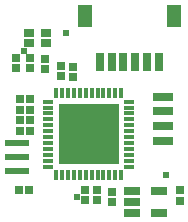
<source format=gts>
G04*
G04 #@! TF.GenerationSoftware,Altium Limited,Altium Designer,21.6.1 (37)*
G04*
G04 Layer_Color=8388736*
%FSLAX44Y44*%
%MOMM*%
G71*
G04*
G04 #@! TF.SameCoordinates,F4782AAD-9866-4A79-8099-FE8F1ED221DB*
G04*
G04*
G04 #@! TF.FilePolarity,Negative*
G04*
G01*
G75*
%ADD31R,0.6400X0.7000*%
%ADD32R,0.6600X0.7000*%
%ADD33R,2.1000X0.5000*%
%ADD34R,0.9500X0.4000*%
%ADD35R,0.4000X0.9500*%
%ADD36R,5.1000X5.1000*%
%ADD37R,0.7000X0.6600*%
%ADD38R,0.9500X0.7500*%
%ADD39R,0.9500X0.6500*%
%ADD40R,0.7000X1.6500*%
%ADD41R,1.3000X1.9000*%
%ADD42R,0.7000X0.6400*%
%ADD43R,1.4208X0.6588*%
%ADD44R,1.8000X0.8000*%
%ADD45C,0.6040*%
D31*
X280570Y186750D02*
D03*
X271930D02*
D03*
X280570Y177750D02*
D03*
X271930D02*
D03*
X280570Y169000D02*
D03*
X271930D02*
D03*
X280570Y160250D02*
D03*
X271930D02*
D03*
D32*
X279850Y110000D02*
D03*
X271150D02*
D03*
D33*
X269250Y149750D02*
D03*
Y137750D02*
D03*
Y125750D02*
D03*
D34*
X295500Y184750D02*
D03*
Y179750D02*
D03*
Y174750D02*
D03*
Y169750D02*
D03*
Y164750D02*
D03*
Y159750D02*
D03*
Y154750D02*
D03*
Y149750D02*
D03*
Y144750D02*
D03*
Y139750D02*
D03*
Y134750D02*
D03*
Y129750D02*
D03*
X364500D02*
D03*
Y134750D02*
D03*
Y139750D02*
D03*
Y144750D02*
D03*
Y149750D02*
D03*
Y154750D02*
D03*
Y159750D02*
D03*
Y164750D02*
D03*
Y169750D02*
D03*
Y174750D02*
D03*
Y179750D02*
D03*
Y184750D02*
D03*
D35*
X302500Y122750D02*
D03*
X307500D02*
D03*
X312500D02*
D03*
X317500D02*
D03*
X322500D02*
D03*
X327500D02*
D03*
X332500D02*
D03*
X337500D02*
D03*
X342500D02*
D03*
X347500D02*
D03*
X352500D02*
D03*
X357500D02*
D03*
Y191750D02*
D03*
X352500D02*
D03*
X347500D02*
D03*
X342500D02*
D03*
X337500D02*
D03*
X332500D02*
D03*
X327500D02*
D03*
X322500D02*
D03*
X317500D02*
D03*
X312500D02*
D03*
X307500D02*
D03*
X302500D02*
D03*
D36*
X330000Y157250D02*
D03*
D37*
X316750Y205650D02*
D03*
Y214350D02*
D03*
X306500Y206400D02*
D03*
Y215100D02*
D03*
X293250Y212400D02*
D03*
Y221100D02*
D03*
X280500Y212900D02*
D03*
Y221600D02*
D03*
X268750Y213150D02*
D03*
Y221850D02*
D03*
X336750Y101400D02*
D03*
Y110100D02*
D03*
X327000Y109850D02*
D03*
Y101150D02*
D03*
D38*
X294000Y243000D02*
D03*
X279500D02*
D03*
D39*
X294000Y234500D02*
D03*
X279500D02*
D03*
D40*
X339500Y218500D02*
D03*
X389500D02*
D03*
X379500D02*
D03*
X369500D02*
D03*
X359500D02*
D03*
X349500D02*
D03*
D41*
X402500Y257250D02*
D03*
X326500D02*
D03*
D42*
X407000Y109570D02*
D03*
Y100930D02*
D03*
X349750Y108570D02*
D03*
Y99930D02*
D03*
D43*
X366566Y109398D02*
D03*
Y100000D02*
D03*
Y90602D02*
D03*
X389934D02*
D03*
Y109398D02*
D03*
D44*
X392750Y189000D02*
D03*
Y176500D02*
D03*
Y164000D02*
D03*
Y151500D02*
D03*
D45*
X275082Y227838D02*
D03*
X310642Y243078D02*
D03*
X395478Y122936D02*
D03*
X320040Y103886D02*
D03*
M02*

</source>
